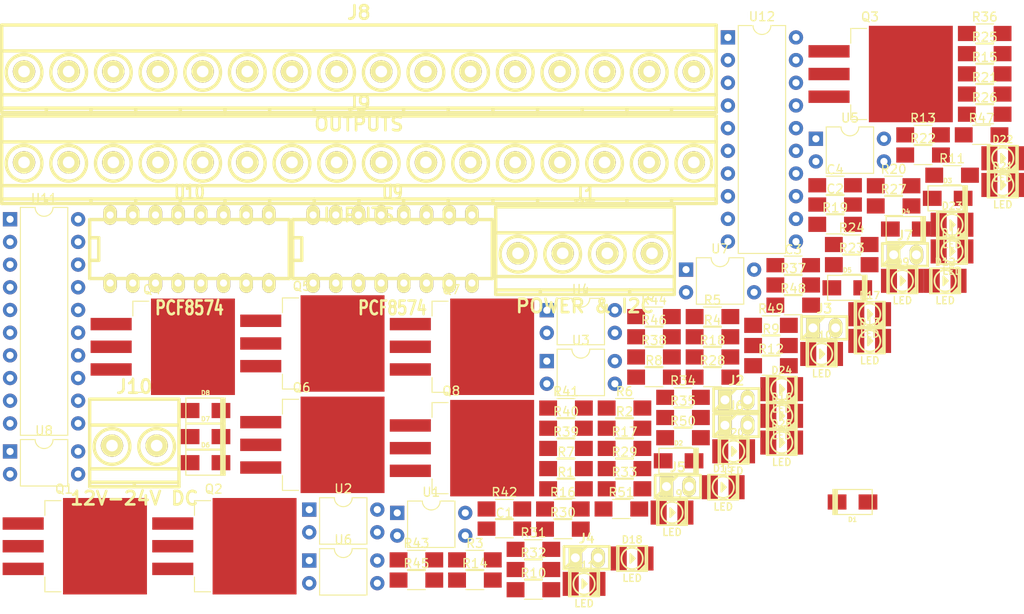
<source format=kicad_pcb>
(kicad_pcb (version 20171130) (host pcbnew "(5.0.0)")
  (layers (0 F.Cu signal) (31 B.Cu signal) (34 B.Paste user) (35 F.Paste user) (36 B.SilkS user) (37 F.SilkS user) (38 B.Mask user) (39 F.Mask user) (44 Edge.Cuts user))
  (net 0 "")
  (net 1 GND)
  (net 2 +5Vcc)
  (net 3 MOTOR_01-)
  (net 4 +24V)
  (net 5 MOTOR_02-)
  (net 6 MOTOR_03-)
  (net 7 MOTOR_04-)
  (net 8 MOTOR_05-)
  (net 9 MOTOR_06-)
  (net 10 MOTOR_07-)
  (net 11 MOTOR_08-)
  (net 12 "Net-(D9-Pad2)")
  (net 13 "Net-(D10-Pad2)")
  (net 14 "Net-(D11-Pad2)")
  (net 15 "Net-(D12-Pad2)")
  (net 16 "Net-(D13-Pad2)")
  (net 17 "Net-(D14-Pad2)")
  (net 18 "Net-(D15-Pad2)")
  (net 19 "Net-(D16-Pad2)")
  (net 20 "Net-(D17-Pad2)")
  (net 21 "Net-(D18-Pad2)")
  (net 22 "Net-(D19-Pad2)")
  (net 23 "Net-(D20-Pad2)")
  (net 24 "Net-(D21-Pad2)")
  (net 25 "Net-(D22-Pad2)")
  (net 26 "Net-(D23-Pad2)")
  (net 27 "Net-(D24-Pad2)")
  (net 28 "Net-(D25-Pad1)")
  (net 29 SCL)
  (net 30 SDA)
  (net 31 "Net-(J2-Pad1)")
  (net 32 "Net-(J3-Pad1)")
  (net 33 "Net-(J4-Pad1)")
  (net 34 "Net-(J5-Pad1)")
  (net 35 "Net-(J6-Pad1)")
  (net 36 "Net-(J7-Pad1)")
  (net 37 IN08)
  (net 38 IN07)
  (net 39 IN06)
  (net 40 IN05)
  (net 41 IN04)
  (net 42 IN03)
  (net 43 IN02)
  (net 44 IN01)
  (net 45 GNDPWR)
  (net 46 "Net-(Q1-Pad1)")
  (net 47 "Net-(Q2-Pad1)")
  (net 48 "Net-(Q3-Pad1)")
  (net 49 "Net-(Q4-Pad1)")
  (net 50 "Net-(Q5-Pad1)")
  (net 51 "Net-(Q6-Pad1)")
  (net 52 "Net-(Q7-Pad1)")
  (net 53 "Net-(Q8-Pad1)")
  (net 54 Q1)
  (net 55 "Net-(R1-Pad1)")
  (net 56 Q2)
  (net 57 "Net-(R2-Pad1)")
  (net 58 Q3)
  (net 59 "Net-(R3-Pad1)")
  (net 60 Q4)
  (net 61 "Net-(R4-Pad1)")
  (net 62 Q5)
  (net 63 "Net-(R9-Pad1)")
  (net 64 "Net-(R10-Pad1)")
  (net 65 Q6)
  (net 66 "Net-(R11-Pad1)")
  (net 67 Q7)
  (net 68 Q8)
  (net 69 "Net-(R12-Pad1)")
  (net 70 S1)
  (net 71 S2)
  (net 72 S3)
  (net 73 S4)
  (net 74 S5)
  (net 75 S6)
  (net 76 S7)
  (net 77 S8)
  (net 78 SIGNAL_01)
  (net 79 SIGNAL_02)
  (net 80 SIGNAL_03)
  (net 81 SIGNAL_04)
  (net 82 SIGNAL_05)
  (net 83 SIGNAL_06)
  (net 84 SIGNAL_07)
  (net 85 SIGNAL_08)
  (module Capacitors_SMD:C_1206_HandSoldering (layer F.Cu) (at 151.979001 120.080001)
    (fp_text reference C1 (at 0 -1.75) (layer F.SilkS))
    (fp_text value 100nF)
    (pad 1 smd rect (at -2 0) (size 2 1.6) (layers F.Cu F.Paste F.Mask) (net 1 GND))
    (pad 2 smd rect (at 2 0) (size 2 1.6) (layers F.Cu F.Paste F.Mask) (net 2 +5Vcc))
  )
  (module Capacitors_SMD:C_1206_HandSoldering (layer F.Cu) (at 189.009001 83.790001)
    (fp_text reference C2 (at 0 -1.75) (layer F.SilkS))
    (fp_text value 100nF)
    (pad 2 smd rect (at 2 0) (size 2 1.6) (layers F.Cu F.Paste F.Mask) (net 2 +5Vcc))
    (pad 1 smd rect (at -2 0) (size 2 1.6) (layers F.Cu F.Paste F.Mask) (net 1 GND))
  )
  (module Capacitors_SMD:C_1206_HandSoldering (layer F.Cu) (at 184.319001 90.580001)
    (fp_text reference C3 (at 0 -1.75) (layer F.SilkS))
    (fp_text value 100nF)
    (pad 1 smd rect (at -2 0) (size 2 1.6) (layers F.Cu F.Paste F.Mask) (net 2 +5Vcc))
    (pad 2 smd rect (at 2 0) (size 2 1.6) (layers F.Cu F.Paste F.Mask) (net 1 GND))
  )
  (module Capacitors_SMD:C_1206_HandSoldering (layer F.Cu) (at 189.009001 81.630001)
    (fp_text reference C4 (at 0 -1.75) (layer F.SilkS))
    (fp_text value 100nF)
    (pad 2 smd rect (at 2 0) (size 2 1.6) (layers F.Cu F.Paste F.Mask) (net 1 GND))
    (pad 1 smd rect (at -2 0) (size 2 1.6) (layers F.Cu F.Paste F.Mask) (net 2 +5Vcc))
  )
  (module w_smd_diode:do214ac (layer F.Cu) (at 190.95974 117.094 180)
    (fp_text reference D1 (at 0 -1.9685 180) (layer F.SilkS) (effects (font (size 0.50038 0.50038) (thickness 0.11938))))
    (fp_text value DIODE hide)
    (pad 2 smd rect (at 1.72974 0 180) (size 2.10058 1.69926) (layers F.Cu F.Paste F.Mask) (net 4 +24V))
    (pad 1 smd rect (at -1.72974 0 180) (size 2.10058 1.69926) (layers F.Cu F.Paste F.Mask) (net 3 MOTOR_01-))
  )
  (module w_smd_diode:do214ac (layer F.Cu) (at 171.48403 112.483041)
    (fp_text reference D2 (at 0 -1.9685) (layer F.SilkS) (effects (font (size 0.50038 0.50038) (thickness 0.11938))))
    (fp_text value DIODE hide)
    (pad 1 smd rect (at -1.72974 0) (size 2.10058 1.69926) (layers F.Cu F.Paste F.Mask) (net 5 MOTOR_02-))
    (pad 2 smd rect (at 1.72974 0) (size 2.10058 1.69926) (layers F.Cu F.Paste F.Mask) (net 4 +24V))
  )
  (module w_smd_diode:do214ac (layer F.Cu) (at 201.61403 83.093041)
    (fp_text reference D3 (at 0 -1.9685) (layer F.SilkS) (effects (font (size 0.50038 0.50038) (thickness 0.11938))))
    (fp_text value DIODE hide)
    (pad 2 smd rect (at 1.72974 0) (size 2.10058 1.69926) (layers F.Cu F.Paste F.Mask) (net 4 +24V))
    (pad 1 smd rect (at -1.72974 0) (size 2.10058 1.69926) (layers F.Cu F.Paste F.Mask) (net 6 MOTOR_03-))
  )
  (module w_smd_diode:do214ac (layer F.Cu) (at 196.92403 86.533041)
    (fp_text reference D4 (at 0 -1.9685) (layer F.SilkS) (effects (font (size 0.50038 0.50038) (thickness 0.11938))))
    (fp_text value DIODE hide)
    (pad 1 smd rect (at -1.72974 0) (size 2.10058 1.69926) (layers F.Cu F.Paste F.Mask) (net 7 MOTOR_04-))
    (pad 2 smd rect (at 1.72974 0) (size 2.10058 1.69926) (layers F.Cu F.Paste F.Mask) (net 4 +24V))
  )
  (module w_smd_diode:do214ac (layer F.Cu) (at 190.37403 93.113041)
    (fp_text reference D5 (at 0 -1.9685) (layer F.SilkS) (effects (font (size 0.50038 0.50038) (thickness 0.11938))))
    (fp_text value DIODE hide)
    (pad 2 smd rect (at 1.72974 0) (size 2.10058 1.69926) (layers F.Cu F.Paste F.Mask) (net 4 +24V))
    (pad 1 smd rect (at -1.72974 0) (size 2.10058 1.69926) (layers F.Cu F.Paste F.Mask) (net 8 MOTOR_05-))
  )
  (module w_smd_diode:do214ac (layer F.Cu) (at 118.51403 112.693041)
    (fp_text reference D6 (at 0 -1.9685) (layer F.SilkS) (effects (font (size 0.50038 0.50038) (thickness 0.11938))))
    (fp_text value DIODE hide)
    (pad 2 smd rect (at 1.72974 0) (size 2.10058 1.69926) (layers F.Cu F.Paste F.Mask) (net 4 +24V))
    (pad 1 smd rect (at -1.72974 0) (size 2.10058 1.69926) (layers F.Cu F.Paste F.Mask) (net 9 MOTOR_06-))
  )
  (module w_smd_diode:do214ac (layer F.Cu) (at 118.51403 109.773041)
    (fp_text reference D7 (at 0 -1.9685) (layer F.SilkS) (effects (font (size 0.50038 0.50038) (thickness 0.11938))))
    (fp_text value DIODE hide)
    (pad 1 smd rect (at -1.72974 0) (size 2.10058 1.69926) (layers F.Cu F.Paste F.Mask) (net 10 MOTOR_07-))
    (pad 2 smd rect (at 1.72974 0) (size 2.10058 1.69926) (layers F.Cu F.Paste F.Mask) (net 4 +24V))
  )
  (module w_smd_diode:do214ac (layer F.Cu) (at 118.51403 106.853041)
    (fp_text reference D8 (at 0 -1.9685) (layer F.SilkS) (effects (font (size 0.50038 0.50038) (thickness 0.11938))))
    (fp_text value DIODE hide)
    (pad 1 smd rect (at -1.72974 0) (size 2.10058 1.69926) (layers F.Cu F.Paste F.Mask) (net 11 MOTOR_08-))
    (pad 2 smd rect (at 1.72974 0) (size 2.10058 1.69926) (layers F.Cu F.Paste F.Mask) (net 4 +24V))
  )
  (module w_smd_leds:Led_PLCC2_3528 (layer F.Cu) (at 196.54049 92.328601)
    (fp_text reference D9 (at 0 -2.10058) (layer F.SilkS) (effects (font (size 0.8001 0.8001) (thickness 0.14986))))
    (fp_text value LED (at 0 2.19964) (layer F.SilkS) (effects (font (size 0.8001 0.8001) (thickness 0.14986))))
    (pad 2 smd rect (at 1.4986 0) (size 1.79578 2.69748) (layers F.Cu F.Paste F.Mask) (net 12 "Net-(D9-Pad2)"))
    (pad 1 smd rect (at -1.4986 0) (size 1.79578 2.69748) (layers F.Cu F.Paste F.Mask) (net 1 GND))
  )
  (module w_smd_leds:Led_PLCC2_3528 (layer F.Cu) (at 187.50049 100.518601)
    (fp_text reference D10 (at 0 -2.10058) (layer F.SilkS) (effects (font (size 0.8001 0.8001) (thickness 0.14986))))
    (fp_text value LED (at 0 2.19964) (layer F.SilkS) (effects (font (size 0.8001 0.8001) (thickness 0.14986))))
    (pad 1 smd rect (at -1.4986 0) (size 1.79578 2.69748) (layers F.Cu F.Paste F.Mask) (net 1 GND))
    (pad 2 smd rect (at 1.4986 0) (size 1.79578 2.69748) (layers F.Cu F.Paste F.Mask) (net 13 "Net-(D10-Pad2)"))
  )
  (module w_smd_leds:Led_PLCC2_3528 (layer F.Cu) (at 160.90049 126.258601)
    (fp_text reference D11 (at 0 -2.10058) (layer F.SilkS) (effects (font (size 0.8001 0.8001) (thickness 0.14986))))
    (fp_text value LED (at 0 2.19964) (layer F.SilkS) (effects (font (size 0.8001 0.8001) (thickness 0.14986))))
    (pad 2 smd rect (at 1.4986 0) (size 1.79578 2.69748) (layers F.Cu F.Paste F.Mask) (net 14 "Net-(D11-Pad2)"))
    (pad 1 smd rect (at -1.4986 0) (size 1.79578 2.69748) (layers F.Cu F.Paste F.Mask) (net 1 GND))
  )
  (module w_smd_leds:Led_PLCC2_3528 (layer F.Cu) (at 201.33049 92.328601)
    (fp_text reference D12 (at 0 -2.10058) (layer F.SilkS) (effects (font (size 0.8001 0.8001) (thickness 0.14986))))
    (fp_text value LED (at 0 2.19964) (layer F.SilkS) (effects (font (size 0.8001 0.8001) (thickness 0.14986))))
    (pad 1 smd rect (at -1.4986 0) (size 1.79578 2.69748) (layers F.Cu F.Paste F.Mask) (net 1 GND))
    (pad 2 smd rect (at 1.4986 0) (size 1.79578 2.69748) (layers F.Cu F.Paste F.Mask) (net 15 "Net-(D12-Pad2)"))
  )
  (module w_smd_leds:Led_PLCC2_3528 (layer F.Cu) (at 192.88049 99.058601)
    (fp_text reference D13 (at 0 -2.10058) (layer F.SilkS) (effects (font (size 0.8001 0.8001) (thickness 0.14986))))
    (fp_text value LED (at 0 2.19964) (layer F.SilkS) (effects (font (size 0.8001 0.8001) (thickness 0.14986))))
    (pad 2 smd rect (at 1.4986 0) (size 1.79578 2.69748) (layers F.Cu F.Paste F.Mask) (net 16 "Net-(D13-Pad2)"))
    (pad 1 smd rect (at -1.4986 0) (size 1.79578 2.69748) (layers F.Cu F.Paste F.Mask) (net 1 GND))
  )
  (module w_smd_leds:Led_PLCC2_3528 (layer F.Cu) (at 202.10049 89.038601)
    (fp_text reference D14 (at 0 -2.10058) (layer F.SilkS) (effects (font (size 0.8001 0.8001) (thickness 0.14986))))
    (fp_text value LED (at 0 2.19964) (layer F.SilkS) (effects (font (size 0.8001 0.8001) (thickness 0.14986))))
    (pad 2 smd rect (at 1.4986 0) (size 1.79578 2.69748) (layers F.Cu F.Paste F.Mask) (net 17 "Net-(D14-Pad2)"))
    (pad 1 smd rect (at -1.4986 0) (size 1.79578 2.69748) (layers F.Cu F.Paste F.Mask) (net 1 GND))
  )
  (module w_smd_leds:Led_PLCC2_3528 (layer F.Cu) (at 176.48049 115.438601)
    (fp_text reference D15 (at 0 -2.10058) (layer F.SilkS) (effects (font (size 0.8001 0.8001) (thickness 0.14986))))
    (fp_text value LED (at 0 2.19964) (layer F.SilkS) (effects (font (size 0.8001 0.8001) (thickness 0.14986))))
    (pad 1 smd rect (at -1.4986 0) (size 1.79578 2.69748) (layers F.Cu F.Paste F.Mask) (net 1 GND))
    (pad 2 smd rect (at 1.4986 0) (size 1.79578 2.69748) (layers F.Cu F.Paste F.Mask) (net 18 "Net-(D15-Pad2)"))
  )
  (module w_smd_leds:Led_PLCC2_3528 (layer F.Cu) (at 183.03049 107.448601)
    (fp_text reference D16 (at 0 -2.10058) (layer F.SilkS) (effects (font (size 0.8001 0.8001) (thickness 0.14986))))
    (fp_text value LED (at 0 2.19964) (layer F.SilkS) (effects (font (size 0.8001 0.8001) (thickness 0.14986))))
    (pad 1 smd rect (at -1.4986 0) (size 1.79578 2.69748) (layers F.Cu F.Paste F.Mask) (net 1 GND))
    (pad 2 smd rect (at 1.4986 0) (size 1.79578 2.69748) (layers F.Cu F.Paste F.Mask) (net 19 "Net-(D16-Pad2)"))
  )
  (module w_smd_leds:Led_PLCC2_3528 (layer F.Cu) (at 192.88049 96.068601)
    (fp_text reference D17 (at 0 -2.10058) (layer F.SilkS) (effects (font (size 0.8001 0.8001) (thickness 0.14986))))
    (fp_text value LED (at 0 2.19964) (layer F.SilkS) (effects (font (size 0.8001 0.8001) (thickness 0.14986))))
    (pad 2 smd rect (at 1.4986 0) (size 1.79578 2.69748) (layers F.Cu F.Paste F.Mask) (net 20 "Net-(D17-Pad2)"))
    (pad 1 smd rect (at -1.4986 0) (size 1.79578 2.69748) (layers F.Cu F.Paste F.Mask) (net 1 GND))
  )
  (module w_smd_leds:Led_PLCC2_3528 (layer F.Cu) (at 166.28049 123.418601)
    (fp_text reference D18 (at 0 -2.10058) (layer F.SilkS) (effects (font (size 0.8001 0.8001) (thickness 0.14986))))
    (fp_text value LED (at 0 2.19964) (layer F.SilkS) (effects (font (size 0.8001 0.8001) (thickness 0.14986))))
    (pad 2 smd rect (at 1.4986 0) (size 1.79578 2.69748) (layers F.Cu F.Paste F.Mask) (net 21 "Net-(D18-Pad2)"))
    (pad 1 smd rect (at -1.4986 0) (size 1.79578 2.69748) (layers F.Cu F.Paste F.Mask) (net 1 GND))
  )
  (module w_smd_leds:Led_PLCC2_3528 (layer F.Cu) (at 170.75049 118.278601)
    (fp_text reference D19 (at 0 -2.10058) (layer F.SilkS) (effects (font (size 0.8001 0.8001) (thickness 0.14986))))
    (fp_text value LED (at 0 2.19964) (layer F.SilkS) (effects (font (size 0.8001 0.8001) (thickness 0.14986))))
    (pad 1 smd rect (at -1.4986 0) (size 1.79578 2.69748) (layers F.Cu F.Paste F.Mask) (net 1 GND))
    (pad 2 smd rect (at 1.4986 0) (size 1.79578 2.69748) (layers F.Cu F.Paste F.Mask) (net 22 "Net-(D19-Pad2)"))
  )
  (module w_smd_leds:Led_PLCC2_3528 (layer F.Cu) (at 177.65049 111.418601)
    (fp_text reference D20 (at 0 -2.10058) (layer F.SilkS) (effects (font (size 0.8001 0.8001) (thickness 0.14986))))
    (fp_text value LED (at 0 2.19964) (layer F.SilkS) (effects (font (size 0.8001 0.8001) (thickness 0.14986))))
    (pad 1 smd rect (at -1.4986 0) (size 1.79578 2.69748) (layers F.Cu F.Paste F.Mask) (net 1 GND))
    (pad 2 smd rect (at 1.4986 0) (size 1.79578 2.69748) (layers F.Cu F.Paste F.Mask) (net 23 "Net-(D20-Pad2)"))
  )
  (module w_smd_leds:Led_PLCC2_3528 (layer F.Cu) (at 207.78049 81.598601)
    (fp_text reference D21 (at 0 -2.10058) (layer F.SilkS) (effects (font (size 0.8001 0.8001) (thickness 0.14986))))
    (fp_text value LED (at 0 2.19964) (layer F.SilkS) (effects (font (size 0.8001 0.8001) (thickness 0.14986))))
    (pad 2 smd rect (at 1.4986 0) (size 1.79578 2.69748) (layers F.Cu F.Paste F.Mask) (net 24 "Net-(D21-Pad2)"))
    (pad 1 smd rect (at -1.4986 0) (size 1.79578 2.69748) (layers F.Cu F.Paste F.Mask) (net 1 GND))
  )
  (module w_smd_leds:Led_PLCC2_3528 (layer F.Cu) (at 207.78049 78.608601)
    (fp_text reference D22 (at 0 -2.10058) (layer F.SilkS) (effects (font (size 0.8001 0.8001) (thickness 0.14986))))
    (fp_text value LED (at 0 2.19964) (layer F.SilkS) (effects (font (size 0.8001 0.8001) (thickness 0.14986))))
    (pad 1 smd rect (at -1.4986 0) (size 1.79578 2.69748) (layers F.Cu F.Paste F.Mask) (net 1 GND))
    (pad 2 smd rect (at 1.4986 0) (size 1.79578 2.69748) (layers F.Cu F.Paste F.Mask) (net 25 "Net-(D22-Pad2)"))
  )
  (module w_smd_leds:Led_PLCC2_3528 (layer F.Cu) (at 202.10049 86.048601)
    (fp_text reference D23 (at 0 -2.10058) (layer F.SilkS) (effects (font (size 0.8001 0.8001) (thickness 0.14986))))
    (fp_text value LED (at 0 2.19964) (layer F.SilkS) (effects (font (size 0.8001 0.8001) (thickness 0.14986))))
    (pad 1 smd rect (at -1.4986 0) (size 1.79578 2.69748) (layers F.Cu F.Paste F.Mask) (net 1 GND))
    (pad 2 smd rect (at 1.4986 0) (size 1.79578 2.69748) (layers F.Cu F.Paste F.Mask) (net 26 "Net-(D23-Pad2)"))
  )
  (module w_smd_leds:Led_PLCC2_3528 (layer F.Cu) (at 183.03049 104.458601)
    (fp_text reference D24 (at 0 -2.10058) (layer F.SilkS) (effects (font (size 0.8001 0.8001) (thickness 0.14986))))
    (fp_text value LED (at 0 2.19964) (layer F.SilkS) (effects (font (size 0.8001 0.8001) (thickness 0.14986))))
    (pad 2 smd rect (at 1.4986 0) (size 1.79578 2.69748) (layers F.Cu F.Paste F.Mask) (net 27 "Net-(D24-Pad2)"))
    (pad 1 smd rect (at -1.4986 0) (size 1.79578 2.69748) (layers F.Cu F.Paste F.Mask) (net 1 GND))
  )
  (module w_smd_leds:Led_PLCC2_3528 (layer F.Cu) (at 183.03049 110.438601)
    (fp_text reference D25 (at 0 -2.10058) (layer F.SilkS) (effects (font (size 0.8001 0.8001) (thickness 0.14986))))
    (fp_text value LED (at 0 2.19964) (layer F.SilkS) (effects (font (size 0.8001 0.8001) (thickness 0.14986))))
    (pad 1 smd rect (at -1.4986 0) (size 1.79578 2.69748) (layers F.Cu F.Paste F.Mask) (net 28 "Net-(D25-Pad1)"))
    (pad 2 smd rect (at 1.4986 0) (size 1.79578 2.69748) (layers F.Cu F.Paste F.Mask) (net 2 +5Vcc))
  )
  (module w_conn_mkds:mkds_1,5-4 (layer F.Cu) (at 161.004501 89.250501)
    (fp_text reference J1 (at 0 -6.6) (layer F.SilkS) (effects (font (size 1.5 1.5) (thickness 0.3))))
    (fp_text value "POWER & I2C" (at 0 5.9) (layer F.SilkS) (effects (font (size 1.5 1.5) (thickness 0.3))))
    (pad 4 thru_hole circle (at 7.5 0) (size 2.5 2.5) (drill 1.3) (layers *.Cu *.Mask F.SilkS) (net 2 +5Vcc))
    (pad 3 thru_hole circle (at 2.5 0) (size 2.5 2.5) (drill 1.3) (layers *.Cu *.Mask F.SilkS) (net 29 SCL))
    (pad 1 thru_hole circle (at -7.5 0) (size 2.5 2.5) (drill 1.3) (layers *.Cu *.Mask F.SilkS) (net 1 GND))
    (pad 2 thru_hole circle (at -2.5 0) (size 2.5 2.5) (drill 1.3) (layers *.Cu *.Mask F.SilkS) (net 30 SDA))
  )
  (module w_pin_strip:pin_strip_2 (layer F.Cu) (at 177.946401 105.662401)
    (fp_text reference J2 (at 0 -2.159) (layer F.SilkS) (effects (font (size 1.016 1.016) (thickness 0.2032))))
    (fp_text value A0 hide)
    (pad 2 thru_hole oval (at 1.27 0) (size 1.524 2.19964) (drill 1.00076) (layers *.Cu *.Mask F.SilkS) (net 2 +5Vcc))
    (pad 1 thru_hole rect (at -1.27 0) (size 1.524 2.19964) (drill 1.00076) (layers *.Cu *.Mask F.SilkS) (net 31 "Net-(J2-Pad1)"))
  )
  (module w_pin_strip:pin_strip_2 (layer F.Cu) (at 187.796401 97.602401)
    (fp_text reference J3 (at 0 -2.159) (layer F.SilkS) (effects (font (size 1.016 1.016) (thickness 0.2032))))
    (fp_text value A1 hide)
    (pad 1 thru_hole rect (at -1.27 0) (size 1.524 2.19964) (drill 1.00076) (layers *.Cu *.Mask F.SilkS) (net 32 "Net-(J3-Pad1)"))
    (pad 2 thru_hole oval (at 1.27 0) (size 1.524 2.19964) (drill 1.00076) (layers *.Cu *.Mask F.SilkS) (net 2 +5Vcc))
  )
  (module w_pin_strip:pin_strip_2 (layer F.Cu) (at 161.196401 123.342401)
    (fp_text reference J4 (at 0 -2.159) (layer F.SilkS) (effects (font (size 1.016 1.016) (thickness 0.2032))))
    (fp_text value A2 hide)
    (pad 1 thru_hole rect (at -1.27 0) (size 1.524 2.19964) (drill 1.00076) (layers *.Cu *.Mask F.SilkS) (net 33 "Net-(J4-Pad1)"))
    (pad 2 thru_hole oval (at 1.27 0) (size 1.524 2.19964) (drill 1.00076) (layers *.Cu *.Mask F.SilkS) (net 2 +5Vcc))
  )
  (module w_pin_strip:pin_strip_2 (layer F.Cu) (at 171.396401 115.362401)
    (fp_text reference J5 (at 0 -2.159) (layer F.SilkS) (effects (font (size 1.016 1.016) (thickness 0.2032))))
    (fp_text value A0 hide)
    (pad 2 thru_hole oval (at 1.27 0) (size 1.524 2.19964) (drill 1.00076) (layers *.Cu *.Mask F.SilkS) (net 2 +5Vcc))
    (pad 1 thru_hole rect (at -1.27 0) (size 1.524 2.19964) (drill 1.00076) (layers *.Cu *.Mask F.SilkS) (net 34 "Net-(J5-Pad1)"))
  )
  (module w_pin_strip:pin_strip_2 (layer F.Cu) (at 177.946401 108.502401)
    (fp_text reference J6 (at 0 -2.159) (layer F.SilkS) (effects (font (size 1.016 1.016) (thickness 0.2032))))
    (fp_text value A1 hide)
    (pad 1 thru_hole rect (at -1.27 0) (size 1.524 2.19964) (drill 1.00076) (layers *.Cu *.Mask F.SilkS) (net 35 "Net-(J6-Pad1)"))
    (pad 2 thru_hole oval (at 1.27 0) (size 1.524 2.19964) (drill 1.00076) (layers *.Cu *.Mask F.SilkS) (net 2 +5Vcc))
  )
  (module w_pin_strip:pin_strip_2 (layer F.Cu) (at 196.836401 89.412401)
    (fp_text reference J7 (at 0 -2.159) (layer F.SilkS) (effects (font (size 1.016 1.016) (thickness 0.2032))))
    (fp_text value A2 hide)
    (pad 2 thru_hole oval (at 1.27 0) (size 1.524 2.19964) (drill 1.00076) (layers *.Cu *.Mask F.SilkS) (net 2 +5Vcc))
    (pad 1 thru_hole rect (at -1.27 0) (size 1.524 2.19964) (drill 1.00076) (layers *.Cu *.Mask F.SilkS) (net 36 "Net-(J7-Pad1)"))
  )
  (module w_conn_mkds:mkds_1,5-16 (layer F.Cu) (at 135.694501 68.890501)
    (fp_text reference J8 (at 0 -6.6) (layer F.SilkS) (effects (font (size 1.5 1.5) (thickness 0.3))))
    (fp_text value OUTPUTS (at 0 5.9) (layer F.SilkS) (effects (font (size 1.5 1.5) (thickness 0.3))))
    (pad 2 thru_hole circle (at -32.5 0) (size 2.5 2.5) (drill 1.3) (layers *.Cu *.Mask F.SilkS) (net 4 +24V))
    (pad 1 thru_hole circle (at -37.5 0) (size 2.5 2.5) (drill 1.3) (layers *.Cu *.Mask F.SilkS) (net 11 MOTOR_08-))
    (pad 3 thru_hole circle (at -27.5 0) (size 2.5 2.5) (drill 1.3) (layers *.Cu *.Mask F.SilkS) (net 10 MOTOR_07-))
    (pad 4 thru_hole circle (at -22.5 0) (size 2.5 2.5) (drill 1.3) (layers *.Cu *.Mask F.SilkS) (net 4 +24V))
    (pad 5 thru_hole circle (at -17.5 0) (size 2.5 2.5) (drill 1.3) (layers *.Cu *.Mask F.SilkS) (net 9 MOTOR_06-))
    (pad 6 thru_hole circle (at -12.5 0) (size 2.5 2.5) (drill 1.3) (layers *.Cu *.Mask F.SilkS) (net 4 +24V))
    (pad 7 thru_hole circle (at -7.5 0) (size 2.5 2.5) (drill 1.3) (layers *.Cu *.Mask F.SilkS) (net 8 MOTOR_05-))
    (pad 8 thru_hole circle (at -2.5 0) (size 2.5 2.5) (drill 1.3) (layers *.Cu *.Mask F.SilkS) (net 4 +24V))
    (pad 9 thru_hole circle (at 2.5 0) (size 2.5 2.5) (drill 1.3) (layers *.Cu *.Mask F.SilkS) (net 7 MOTOR_04-))
    (pad 10 thru_hole circle (at 7.5 0) (size 2.5 2.5) (drill 1.3) (layers *.Cu *.Mask F.SilkS) (net 4 +24V))
    (pad 11 thru_hole circle (at 12.5 0) (size 2.5 2.5) (drill 1.3) (layers *.Cu *.Mask F.SilkS) (net 6 MOTOR_03-))
    (pad 12 thru_hole circle (at 17.5 0) (size 2.5 2.5) (drill 1.3) (layers *.Cu *.Mask F.SilkS) (net 4 +24V))
    (pad 13 thru_hole circle (at 22.5 0) (size 2.5 2.5) (drill 1.3) (layers *.Cu *.Mask F.SilkS) (net 5 MOTOR_02-))
    (pad 14 thru_hole circle (at 27.5 0) (size 2.5 2.5) (drill 1.3) (layers *.Cu *.Mask F.SilkS) (net 4 +24V))
    (pad 15 thru_hole circle (at 32.5 0) (size 2.5 2.5) (drill 1.3) (layers *.Cu *.Mask F.SilkS) (net 3 MOTOR_01-))
    (pad 16 thru_hole circle (at 37.5 0) (size 2.5 2.5) (drill 1.3) (layers *.Cu *.Mask F.SilkS) (net 4 +24V))
  )
  (module w_conn_mkds:mkds_1,5-16 (layer F.Cu) (at 135.694501 79.070501)
    (fp_text reference J9 (at 0 -6.6) (layer F.SilkS) (effects (font (size 1.5 1.5) (thickness 0.3))))
    (fp_text value INPUTS (at 0 5.9) (layer F.SilkS) (effects (font (size 1.5 1.5) (thickness 0.3))))
    (pad 16 thru_hole circle (at 37.5 0) (size 2.5 2.5) (drill 1.3) (layers *.Cu *.Mask F.SilkS) (net 2 +5Vcc))
    (pad 15 thru_hole circle (at 32.5 0) (size 2.5 2.5) (drill 1.3) (layers *.Cu *.Mask F.SilkS) (net 37 IN08))
    (pad 14 thru_hole circle (at 27.5 0) (size 2.5 2.5) (drill 1.3) (layers *.Cu *.Mask F.SilkS) (net 2 +5Vcc))
    (pad 13 thru_hole circle (at 22.5 0) (size 2.5 2.5) (drill 1.3) (layers *.Cu *.Mask F.SilkS) (net 38 IN07))
    (pad 12 thru_hole circle (at 17.5 0) (size 2.5 2.5) (drill 1.3) (layers *.Cu *.Mask F.SilkS) (net 2 +5Vcc))
    (pad 11 thru_hole circle (at 12.5 0) (size 2.5 2.5) (drill 1.3) (layers *.Cu *.Mask F.SilkS) (net 39 IN06))
    (pad 10 thru_hole circle (at 7.5 0) (size 2.5 2.5) (drill 1.3) (layers *.Cu *.Mask F.SilkS) (net 2 +5Vcc))
    (pad 9 thru_hole circle (at 2.5 0) (size 2.5 2.5) (drill 1.3) (layers *.Cu *.Mask F.SilkS) (net 40 IN05))
    (pad 8 thru_hole circle (at -2.5 0) (size 2.5 2.5) (drill 1.3) (layers *.Cu *.Mask F.SilkS) (net 2 +5Vcc))
    (pad 7 thru_hole circle (at -7.5 0) (size 2.5 2.5) (drill 1.3) (layers *.Cu *.Mask F.SilkS) (net 41 IN04))
    (pad 6 thru_hole circle (at -12.5 0) (size 2.5 2.5) (drill 1.3) (layers *.Cu *.Mask F.SilkS) (net 2 +5Vcc))
    (pad 5 thru_hole circle (at -17.5 0) (size 2.5 2.5) (drill 1.3) (layers *.Cu *.Mask F.SilkS) (net 42 IN03))
    (pad 4 thru_hole circle (at -22.5 0) (size 2.5 2.5) (drill 1.3) (layers *.Cu *.Mask F.SilkS) (net 2 +5Vcc))
    (pad 3 thru_hole circle (at -27.5 0) (size 2.5 2.5) (drill 1.3) (layers *.Cu *.Mask F.SilkS) (net 43 IN02))
    (pad 1 thru_hole circle (at -37.5 0) (size 2.5 2.5) (drill 1.3) (layers *.Cu *.Mask F.SilkS) (net 44 IN01))
    (pad 2 thru_hole circle (at -32.5 0) (size 2.5 2.5) (drill 1.3) (layers *.Cu *.Mask F.SilkS) (net 2 +5Vcc))
  )
  (module w_conn_mkds:mkds_1,5-2 (layer F.Cu) (at 110.544501 110.780501)
    (fp_text reference J10 (at 0 -6.6) (layer F.SilkS) (effects (font (size 1.5 1.5) (thickness 0.3))))
    (fp_text value "12V-24V DC" (at 0 5.9) (layer F.SilkS) (effects (font (size 1.5 1.5) (thickness 0.3))))
    (pad 1 thru_hole circle (at -2.5 0) (size 2.5 2.5) (drill 1.3) (layers *.Cu *.Mask F.SilkS) (net 4 +24V))
    (pad 2 thru_hole circle (at 2.5 0) (size 2.5 2.5) (drill 1.3) (layers *.Cu *.Mask F.SilkS) (net 45 GNDPWR))
  )
  (module TO_SOT_Packages_SMD:TO-263-3Lead (layer F.Cu) (at 102.679001 122.045001)
    (fp_text reference Q1 (at 0 -6.4 180) (layer F.SilkS))
    (fp_text value IRF540N)
    (pad 1 smd rect (at -4.58 -2.54) (size 4.6 1.39) (layers F.Cu F.Paste F.Mask) (net 46 "Net-(Q1-Pad1)"))
    (pad 3 smd rect (at -4.58 2.54) (size 4.6 1.39) (layers F.Cu F.Paste F.Mask) (net 45 GNDPWR))
    (pad 2 smd rect (at 4.58 0) (size 9.4 10.8) (layers F.Cu F.Paste F.Mask) (net 3 MOTOR_01-))
    (pad 2 smd rect (at -4.58 0) (size 4.6 1.39) (layers F.Cu F.Paste F.Mask) (net 3 MOTOR_01-))
  )
  (module TO_SOT_Packages_SMD:TO-263-3Lead (layer F.Cu) (at 119.429001 122.045001)
    (fp_text reference Q2 (at 0 -6.4 180) (layer F.SilkS))
    (fp_text value IRF540N)
    (pad 1 smd rect (at -4.58 -2.54) (size 4.6 1.39) (layers F.Cu F.Paste F.Mask) (net 47 "Net-(Q2-Pad1)"))
    (pad 3 smd rect (at -4.58 2.54) (size 4.6 1.39) (layers F.Cu F.Paste F.Mask) (net 45 GNDPWR))
    (pad 2 smd rect (at 4.58 0) (size 9.4 10.8) (layers F.Cu F.Paste F.Mask) (net 5 MOTOR_02-))
    (pad 2 smd rect (at -4.58 0) (size 4.6 1.39) (layers F.Cu F.Paste F.Mask) (net 5 MOTOR_02-))
  )
  (module TO_SOT_Packages_SMD:TO-263-3Lead (layer F.Cu) (at 192.909001 69.175001)
    (fp_text reference Q3 (at 0 -6.4 180) (layer F.SilkS))
    (fp_text value IRF540N)
    (pad 2 smd rect (at -4.58 0) (size 4.6 1.39) (layers F.Cu F.Paste F.Mask) (net 6 MOTOR_03-))
    (pad 2 smd rect (at 4.58 0) (size 9.4 10.8) (layers F.Cu F.Paste F.Mask) (net 6 MOTOR_03-))
    (pad 3 smd rect (at -4.58 2.54) (size 4.6 1.39) (layers F.Cu F.Paste F.Mask) (net 45 GNDPWR))
    (pad 1 smd rect (at -4.58 -2.54) (size 4.6 1.39) (layers F.Cu F.Paste F.Mask) (net 48 "Net-(Q3-Pad1)"))
  )
  (module TO_SOT_Packages_SMD:TO-263-3Lead (layer F.Cu) (at 112.529001 99.715001)
    (fp_text reference Q4 (at 0 -6.4 180) (layer F.SilkS))
    (fp_text value IRF540N)
    (pad 1 smd rect (at -4.58 -2.54) (size 4.6 1.39) (layers F.Cu F.Paste F.Mask) (net 49 "Net-(Q4-Pad1)"))
    (pad 3 smd rect (at -4.58 2.54) (size 4.6 1.39) (layers F.Cu F.Paste F.Mask) (net 45 GNDPWR))
    (pad 2 smd rect (at 4.58 0) (size 9.4 10.8) (layers F.Cu F.Paste F.Mask) (net 7 MOTOR_04-))
    (pad 2 smd rect (at -4.58 0) (size 4.6 1.39) (layers F.Cu F.Paste F.Mask) (net 7 MOTOR_04-))
  )
  (module TO_SOT_Packages_SMD:TO-263-3Lead (layer F.Cu) (at 129.279001 99.345001)
    (fp_text reference Q5 (at 0 -6.4 180) (layer F.SilkS))
    (fp_text value IRF540N)
    (pad 2 smd rect (at -4.58 0) (size 4.6 1.39) (layers F.Cu F.Paste F.Mask) (net 8 MOTOR_05-))
    (pad 2 smd rect (at 4.58 0) (size 9.4 10.8) (layers F.Cu F.Paste F.Mask) (net 8 MOTOR_05-))
    (pad 3 smd rect (at -4.58 2.54) (size 4.6 1.39) (layers F.Cu F.Paste F.Mask) (net 45 GNDPWR))
    (pad 1 smd rect (at -4.58 -2.54) (size 4.6 1.39) (layers F.Cu F.Paste F.Mask) (net 50 "Net-(Q5-Pad1)"))
  )
  (module TO_SOT_Packages_SMD:TO-263-3Lead (layer F.Cu) (at 129.279001 110.695001)
    (fp_text reference Q6 (at 0 -6.4 180) (layer F.SilkS))
    (fp_text value IRF540N)
    (pad 1 smd rect (at -4.58 -2.54) (size 4.6 1.39) (layers F.Cu F.Paste F.Mask) (net 51 "Net-(Q6-Pad1)"))
    (pad 3 smd rect (at -4.58 2.54) (size 4.6 1.39) (layers F.Cu F.Paste F.Mask) (net 45 GNDPWR))
    (pad 2 smd rect (at 4.58 0) (size 9.4 10.8) (layers F.Cu F.Paste F.Mask) (net 9 MOTOR_06-))
    (pad 2 smd rect (at -4.58 0) (size 4.6 1.39) (layers F.Cu F.Paste F.Mask) (net 9 MOTOR_06-))
  )
  (module TO_SOT_Packages_SMD:TO-263-3Lead (layer F.Cu) (at 146.029001 99.715001)
    (fp_text reference Q7 (at 0 -6.4 180) (layer F.SilkS))
    (fp_text value IRF540N)
    (pad 2 smd rect (at -4.58 0) (size 4.6 1.39) (layers F.Cu F.Paste F.Mask) (net 10 MOTOR_07-))
    (pad 2 smd rect (at 4.58 0) (size 9.4 10.8) (layers F.Cu F.Paste F.Mask) (net 10 MOTOR_07-))
    (pad 3 smd rect (at -4.58 2.54) (size 4.6 1.39) (layers F.Cu F.Paste F.Mask) (net 45 GNDPWR))
    (pad 1 smd rect (at -4.58 -2.54) (size 4.6 1.39) (layers F.Cu F.Paste F.Mask) (net 52 "Net-(Q7-Pad1)"))
  )
  (module TO_SOT_Packages_SMD:TO-263-3Lead (layer F.Cu) (at 146.029001 111.065001)
    (fp_text reference Q8 (at 0 -6.4 180) (layer F.SilkS))
    (fp_text value IRF540N)
    (pad 2 smd rect (at -4.58 0) (size 4.6 1.39) (layers F.Cu F.Paste F.Mask) (net 11 MOTOR_08-))
    (pad 2 smd rect (at 4.58 0) (size 9.4 10.8) (layers F.Cu F.Paste F.Mask) (net 11 MOTOR_08-))
    (pad 3 smd rect (at -4.58 2.54) (size 4.6 1.39) (layers F.Cu F.Paste F.Mask) (net 45 GNDPWR))
    (pad 1 smd rect (at -4.58 -2.54) (size 4.6 1.39) (layers F.Cu F.Paste F.Mask) (net 53 "Net-(Q8-Pad1)"))
  )
  (module Resistors_SMD:R_1206_HandSoldering (layer F.Cu) (at 158.879001 115.615001)
    (fp_text reference R1 (at 0 -1.85) (layer F.SilkS))
    (fp_text value 470)
    (pad 2 smd rect (at 2 0) (size 2 1.7) (layers F.Cu F.Paste F.Mask) (net 54 Q1))
    (pad 1 smd rect (at -2 0) (size 2 1.7) (layers F.Cu F.Paste F.Mask) (net 55 "Net-(R1-Pad1)"))
  )
  (module Resistors_SMD:R_1206_HandSoldering (layer F.Cu) (at 165.429001 108.835001)
    (fp_text reference R2 (at 0 -1.85) (layer F.SilkS))
    (fp_text value 470)
    (pad 2 smd rect (at 2 0) (size 2 1.7) (layers F.Cu F.Paste F.Mask) (net 56 Q2))
    (pad 1 smd rect (at -2 0) (size 2 1.7) (layers F.Cu F.Paste F.Mask) (net 57 "Net-(R2-Pad1)"))
  )
  (module Resistors_SMD:R_1206_HandSoldering (layer F.Cu) (at 148.679001 123.575001)
    (fp_text reference R3 (at 0 -1.85) (layer F.SilkS))
    (fp_text value 470)
    (pad 2 smd rect (at 2 0) (size 2 1.7) (layers F.Cu F.Paste F.Mask) (net 58 Q3))
    (pad 1 smd rect (at -2 0) (size 2 1.7) (layers F.Cu F.Paste F.Mask) (net 59 "Net-(R3-Pad1)"))
  )
  (module Resistors_SMD:R_1206_HandSoldering (layer F.Cu) (at 175.279001 98.595001)
    (fp_text reference R4 (at 0 -1.85) (layer F.SilkS))
    (fp_text value 470)
    (pad 2 smd rect (at 2 0) (size 2 1.7) (layers F.Cu F.Paste F.Mask) (net 60 Q4))
    (pad 1 smd rect (at -2 0) (size 2 1.7) (layers F.Cu F.Paste F.Mask) (net 61 "Net-(R4-Pad1)"))
  )
  (module Resistors_SMD:R_1206_HandSoldering (layer F.Cu) (at 175.279001 96.335001)
    (fp_text reference R5 (at 0 -1.85) (layer F.SilkS))
    (fp_text value 10K)
    (pad 1 smd rect (at -2 0) (size 2 1.7) (layers F.Cu F.Paste F.Mask) (net 46 "Net-(Q1-Pad1)"))
    (pad 2 smd rect (at 2 0) (size 2 1.7) (layers F.Cu F.Paste F.Mask) (net 45 GNDPWR))
  )
  (module Resistors_SMD:R_1206_HandSoldering (layer F.Cu) (at 165.429001 106.575001)
    (fp_text reference R6 (at 0 -1.85) (layer F.SilkS))
    (fp_text value 10K)
    (pad 1 smd rect (at -2 0) (size 2 1.7) (layers F.Cu F.Paste F.Mask) (net 47 "Net-(Q2-Pad1)"))
    (pad 2 smd rect (at 2 0) (size 2 1.7) (layers F.Cu F.Paste F.Mask) (net 45 GNDPWR))
  )
  (module Resistors_SMD:R_1206_HandSoldering (layer F.Cu) (at 158.879001 113.355001)
    (fp_text reference R7 (at 0 -1.85) (layer F.SilkS))
    (fp_text value 10K)
    (pad 1 smd rect (at -2 0) (size 2 1.7) (layers F.Cu F.Paste F.Mask) (net 48 "Net-(Q3-Pad1)"))
    (pad 2 smd rect (at 2 0) (size 2 1.7) (layers F.Cu F.Paste F.Mask) (net 45 GNDPWR))
  )
  (module Resistors_SMD:R_1206_HandSoldering (layer F.Cu) (at 168.729001 103.115001)
    (fp_text reference R8 (at 0 -1.85) (layer F.SilkS))
    (fp_text value 10K)
    (pad 1 smd rect (at -2 0) (size 2 1.7) (layers F.Cu F.Paste F.Mask) (net 49 "Net-(Q4-Pad1)"))
    (pad 2 smd rect (at 2 0) (size 2 1.7) (layers F.Cu F.Paste F.Mask) (net 45 GNDPWR))
  )
  (module Resistors_SMD:R_1206_HandSoldering (layer F.Cu) (at 181.829001 99.575001)
    (fp_text reference R9 (at 0 -1.85) (layer F.SilkS))
    (fp_text value 470)
    (pad 2 smd rect (at 2 0) (size 2 1.7) (layers F.Cu F.Paste F.Mask) (net 62 Q5))
    (pad 1 smd rect (at -2 0) (size 2 1.7) (layers F.Cu F.Paste F.Mask) (net 63 "Net-(R9-Pad1)"))
  )
  (module Resistors_SMD:R_1206_HandSoldering (layer F.Cu) (at 155.229001 126.915001)
    (fp_text reference R10 (at 0 -1.85) (layer F.SilkS))
    (fp_text value 470)
    (pad 1 smd rect (at -2 0) (size 2 1.7) (layers F.Cu F.Paste F.Mask) (net 64 "Net-(R10-Pad1)"))
    (pad 2 smd rect (at 2 0) (size 2 1.7) (layers F.Cu F.Paste F.Mask) (net 65 Q6))
  )
  (module Resistors_SMD:R_1206_HandSoldering (layer F.Cu) (at 202.109001 80.505001)
    (fp_text reference R11 (at 0 -1.85) (layer F.SilkS))
    (fp_text value 470)
    (pad 1 smd rect (at -2 0) (size 2 1.7) (layers F.Cu F.Paste F.Mask) (net 66 "Net-(R11-Pad1)"))
    (pad 2 smd rect (at 2 0) (size 2 1.7) (layers F.Cu F.Paste F.Mask) (net 67 Q7))
  )
  (module Resistors_SMD:R_1206_HandSoldering (layer F.Cu) (at 181.829001 101.835001)
    (fp_text reference R12 (at 0 -1.85) (layer F.SilkS))
    (fp_text value 470)
    (pad 2 smd rect (at 2 0) (size 2 1.7) (layers F.Cu F.Paste F.Mask) (net 68 Q8))
    (pad 1 smd rect (at -2 0) (size 2 1.7) (layers F.Cu F.Paste F.Mask) (net 69 "Net-(R12-Pad1)"))
  )
  (module Resistors_SMD:R_1206_HandSoldering (layer F.Cu) (at 198.859001 75.985001)
    (fp_text reference R13 (at 0 -1.85) (layer F.SilkS))
    (fp_text value 10K)
    (pad 1 smd rect (at -2 0) (size 2 1.7) (layers F.Cu F.Paste F.Mask) (net 50 "Net-(Q5-Pad1)"))
    (pad 2 smd rect (at 2 0) (size 2 1.7) (layers F.Cu F.Paste F.Mask) (net 45 GNDPWR))
  )
  (module Resistors_SMD:R_1206_HandSoldering (layer F.Cu) (at 148.679001 125.835001)
    (fp_text reference R14 (at 0 -1.85) (layer F.SilkS))
    (fp_text value 10K)
    (pad 2 smd rect (at 2 0) (size 2 1.7) (layers F.Cu F.Paste F.Mask) (net 45 GNDPWR))
    (pad 1 smd rect (at -2 0) (size 2 1.7) (layers F.Cu F.Paste F.Mask) (net 51 "Net-(Q6-Pad1)"))
  )
  (module Resistors_SMD:R_1206_HandSoldering (layer F.Cu) (at 205.759001 69.155001)
    (fp_text reference R15 (at 0 -1.85) (layer F.SilkS))
    (fp_text value 10K)
    (pad 2 smd rect (at 2 0) (size 2 1.7) (layers F.Cu F.Paste F.Mask) (net 45 GNDPWR))
    (pad 1 smd rect (at -2 0) (size 2 1.7) (layers F.Cu F.Paste F.Mask) (net 52 "Net-(Q7-Pad1)"))
  )
  (module Resistors_SMD:R_1206_HandSoldering (layer F.Cu) (at 158.529001 117.875001)
    (fp_text reference R16 (at 0 -1.85) (layer F.SilkS))
    (fp_text value 10K)
    (pad 1 smd rect (at -2 0) (size 2 1.7) (layers F.Cu F.Paste F.Mask) (net 53 "Net-(Q8-Pad1)"))
    (pad 2 smd rect (at 2 0) (size 2 1.7) (layers F.Cu F.Paste F.Mask) (net 45 GNDPWR))
  )
  (module Resistors_SMD:R_1206_HandSoldering (layer F.Cu) (at 165.429001 111.095001)
    (fp_text reference R17 (at 0 -1.85) (layer F.SilkS))
    (fp_text value 10K)
    (pad 2 smd rect (at 2 0) (size 2 1.7) (layers F.Cu F.Paste F.Mask) (net 29 SCL))
    (pad 1 smd rect (at -2 0) (size 2 1.7) (layers F.Cu F.Paste F.Mask) (net 2 +5Vcc))
  )
  (module Resistors_SMD:R_1206_HandSoldering (layer F.Cu) (at 175.279001 100.855001)
    (fp_text reference R18 (at 0 -1.85) (layer F.SilkS))
    (fp_text value 10K)
    (pad 1 smd rect (at -2 0) (size 2 1.7) (layers F.Cu F.Paste F.Mask) (net 2 +5Vcc))
    (pad 2 smd rect (at 2 0) (size 2 1.7) (layers F.Cu F.Paste F.Mask) (net 30 SDA))
  )
  (module Resistors_SMD:R_1206_HandSoldering (layer F.Cu) (at 189.009001 86.005001)
    (fp_text reference R19 (at 0 -1.85) (layer F.SilkS))
    (fp_text value 330)
    (pad 1 smd rect (at -2 0) (size 2 1.7) (layers F.Cu F.Paste F.Mask) (net 54 Q1))
    (pad 2 smd rect (at 2 0) (size 2 1.7) (layers F.Cu F.Paste F.Mask) (net 12 "Net-(D9-Pad2)"))
  )
  (module Resistors_SMD:R_1206_HandSoldering (layer F.Cu) (at 195.559001 81.685001)
    (fp_text reference R20 (at 0 -1.85) (layer F.SilkS))
    (fp_text value 10K)
    (pad 2 smd rect (at 2 0) (size 2 1.7) (layers F.Cu F.Paste F.Mask) (net 29 SCL))
    (pad 1 smd rect (at -2 0) (size 2 1.7) (layers F.Cu F.Paste F.Mask) (net 2 +5Vcc))
  )
  (module Resistors_SMD:R_1206_HandSoldering (layer F.Cu) (at 205.759001 71.415001)
    (fp_text reference R21 (at 0 -1.85) (layer F.SilkS))
    (fp_text value 10K)
    (pad 1 smd rect (at -2 0) (size 2 1.7) (layers F.Cu F.Paste F.Mask) (net 2 +5Vcc))
    (pad 2 smd rect (at 2 0) (size 2 1.7) (layers F.Cu F.Paste F.Mask) (net 30 SDA))
  )
  (module Resistors_SMD:R_1206_HandSoldering (layer F.Cu) (at 198.859001 78.245001)
    (fp_text reference R22 (at 0 -1.85) (layer F.SilkS))
    (fp_text value 330)
    (pad 2 smd rect (at 2 0) (size 2 1.7) (layers F.Cu F.Paste F.Mask) (net 13 "Net-(D10-Pad2)"))
    (pad 1 smd rect (at -2 0) (size 2 1.7) (layers F.Cu F.Paste F.Mask) (net 56 Q2))
  )
  (module Resistors_SMD:R_1206_HandSoldering (layer F.Cu) (at 190.869001 90.525001)
    (fp_text reference R23 (at 0 -1.85) (layer F.SilkS))
    (fp_text value 330)
    (pad 2 smd rect (at 2 0) (size 2 1.7) (layers F.Cu F.Paste F.Mask) (net 14 "Net-(D11-Pad2)"))
    (pad 1 smd rect (at -2 0) (size 2 1.7) (layers F.Cu F.Paste F.Mask) (net 58 Q3))
  )
  (module Resistors_SMD:R_1206_HandSoldering (layer F.Cu) (at 190.869001 88.265001)
    (fp_text reference R24 (at 0 -1.85) (layer F.SilkS))
    (fp_text value 330)
    (pad 1 smd rect (at -2 0) (size 2 1.7) (layers F.Cu F.Paste F.Mask) (net 60 Q4))
    (pad 2 smd rect (at 2 0) (size 2 1.7) (layers F.Cu F.Paste F.Mask) (net 15 "Net-(D12-Pad2)"))
  )
  (module Resistors_SMD:R_1206_HandSoldering (layer F.Cu) (at 205.759001 66.895001)
    (fp_text reference R25 (at 0 -1.85) (layer F.SilkS))
    (fp_text value 330)
    (pad 2 smd rect (at 2 0) (size 2 1.7) (layers F.Cu F.Paste F.Mask) (net 16 "Net-(D13-Pad2)"))
    (pad 1 smd rect (at -2 0) (size 2 1.7) (layers F.Cu F.Paste F.Mask) (net 62 Q5))
  )
  (module Resistors_SMD:R_1206_HandSoldering (layer F.Cu) (at 205.759001 73.675001)
    (fp_text reference R26 (at 0 -1.85) (layer F.SilkS))
    (fp_text value 330)
    (pad 2 smd rect (at 2 0) (size 2 1.7) (layers F.Cu F.Paste F.Mask) (net 17 "Net-(D14-Pad2)"))
    (pad 1 smd rect (at -2 0) (size 2 1.7) (layers F.Cu F.Paste F.Mask) (net 65 Q6))
  )
  (module Resistors_SMD:R_1206_HandSoldering (layer F.Cu) (at 195.559001 83.945001)
    (fp_text reference R27 (at 0 -1.85) (layer F.SilkS))
    (fp_text value 330)
    (pad 1 smd rect (at -2 0) (size 2 1.7) (layers F.Cu F.Paste F.Mask) (net 67 Q7))
    (pad 2 smd rect (at 2 0) (size 2 1.7) (layers F.Cu F.Paste F.Mask) (net 18 "Net-(D15-Pad2)"))
  )
  (module Resistors_SMD:R_1206_HandSoldering (layer F.Cu) (at 175.279001 103.115001)
    (fp_text reference R28 (at 0 -1.85) (layer F.SilkS))
    (fp_text value 1K)
    (pad 1 smd rect (at -2 0) (size 2 1.7) (layers F.Cu F.Paste F.Mask) (net 36 "Net-(J7-Pad1)"))
    (pad 2 smd rect (at 2 0) (size 2 1.7) (layers F.Cu F.Paste F.Mask) (net 1 GND))
  )
  (module Resistors_SMD:R_1206_HandSoldering (layer F.Cu) (at 165.429001 113.355001)
    (fp_text reference R29 (at 0 -1.85) (layer F.SilkS))
    (fp_text value 1K)
    (pad 2 smd rect (at 2 0) (size 2 1.7) (layers F.Cu F.Paste F.Mask) (net 1 GND))
    (pad 1 smd rect (at -2 0) (size 2 1.7) (layers F.Cu F.Paste F.Mask) (net 35 "Net-(J6-Pad1)"))
  )
  (module Resistors_SMD:R_1206_HandSoldering (layer F.Cu) (at 158.529001 120.135001)
    (fp_text reference R30 (at 0 -1.85) (layer F.SilkS))
    (fp_text value 1K)
    (pad 1 smd rect (at -2 0) (size 2 1.7) (layers F.Cu F.Paste F.Mask) (net 34 "Net-(J5-Pad1)"))
    (pad 2 smd rect (at 2 0) (size 2 1.7) (layers F.Cu F.Paste F.Mask) (net 1 GND))
  )
  (module Resistors_SMD:R_1206_HandSoldering (layer F.Cu) (at 155.229001 122.395001)
    (fp_text reference R31 (at 0 -1.85) (layer F.SilkS))
    (fp_text value 1K)
    (pad 2 smd rect (at 2 0) (size 2 1.7) (layers F.Cu F.Paste F.Mask) (net 1 GND))
    (pad 1 smd rect (at -2 0) (size 2 1.7) (layers F.Cu F.Paste F.Mask) (net 33 "Net-(J4-Pad1)"))
  )
  (module Resistors_SMD:R_1206_HandSoldering (layer F.Cu) (at 155.229001 124.655001)
    (fp_text reference R32 (at 0 -1.85) (layer F.SilkS))
    (fp_text value 1K)
    (pad 2 smd rect (at 2 0) (size 2 1.7) (layers F.Cu F.Paste F.Mask) (net 1 GND))
    (pad 1 smd rect (at -2 0) (size 2 1.7) (layers F.Cu F.Paste F.Mask) (net 32 "Net-(J3-Pad1)"))
  )
  (module Resistors_SMD:R_1206_HandSoldering (layer F.Cu) (at 165.429001 115.615001)
    (fp_text reference R33 (at 0 -1.85) (layer F.SilkS))
    (fp_text value 1K)
    (pad 1 smd rect (at -2 0) (size 2 1.7) (layers F.Cu F.Paste F.Mask) (net 31 "Net-(J2-Pad1)"))
    (pad 2 smd rect (at 2 0) (size 2 1.7) (layers F.Cu F.Paste F.Mask) (net 1 GND))
  )
  (module Resistors_SMD:R_1206_HandSoldering (layer F.Cu) (at 171.979001 105.375001)
    (fp_text reference R34 (at 0 -1.85) (layer F.SilkS))
    (fp_text value 330)
    (pad 1 smd rect (at -2 0) (size 2 1.7) (layers F.Cu F.Paste F.Mask) (net 68 Q8))
    (pad 2 smd rect (at 2 0) (size 2 1.7) (layers F.Cu F.Paste F.Mask) (net 19 "Net-(D16-Pad2)"))
  )
  (module Resistors_SMD:R_1206_HandSoldering (layer F.Cu) (at 171.979001 107.635001)
    (fp_text reference R35 (at 0 -1.85) (layer F.SilkS))
    (fp_text value 1K)
    (pad 2 smd rect (at 2 0) (size 2 1.7) (layers F.Cu F.Paste F.Mask) (net 1 GND))
    (pad 1 smd rect (at -2 0) (size 2 1.7) (layers F.Cu F.Paste F.Mask) (net 44 IN01))
  )
  (module Resistors_SMD:R_1206_HandSoldering (layer F.Cu) (at 205.759001 64.635001)
    (fp_text reference R36 (at 0 -1.85) (layer F.SilkS))
    (fp_text value 1K)
    (pad 1 smd rect (at -2 0) (size 2 1.7) (layers F.Cu F.Paste F.Mask) (net 43 IN02))
    (pad 2 smd rect (at 2 0) (size 2 1.7) (layers F.Cu F.Paste F.Mask) (net 1 GND))
  )
  (module Resistors_SMD:R_1206_HandSoldering (layer F.Cu) (at 184.319001 92.795001)
    (fp_text reference R37 (at 0 -1.85) (layer F.SilkS))
    (fp_text value 1K)
    (pad 2 smd rect (at 2 0) (size 2 1.7) (layers F.Cu F.Paste F.Mask) (net 1 GND))
    (pad 1 smd rect (at -2 0) (size 2 1.7) (layers F.Cu F.Paste F.Mask) (net 42 IN03))
  )
  (module Resistors_SMD:R_1206_HandSoldering (layer F.Cu) (at 168.729001 100.855001)
    (fp_text reference R38 (at 0 -1.85) (layer F.SilkS))
    (fp_text value 1K)
    (pad 1 smd rect (at -2 0) (size 2 1.7) (layers F.Cu F.Paste F.Mask) (net 41 IN04))
    (pad 2 smd rect (at 2 0) (size 2 1.7) (layers F.Cu F.Paste F.Mask) (net 1 GND))
  )
  (module Resistors_SMD:R_1206_HandSoldering (layer F.Cu) (at 158.879001 111.095001)
    (fp_text reference R39 (at 0 -1.85) (layer F.SilkS))
    (fp_text value 1K)
    (pad 1 smd rect (at -2 0) (size 2 1.7) (layers F.Cu F.Paste F.Mask) (net 40 IN05))
    (pad 2 smd rect (at 2 0) (size 2 1.7) (layers F.Cu F.Paste F.Mask) (net 1 GND))
  )
  (module Resistors_SMD:R_1206_HandSoldering (layer F.Cu) (at 158.879001 108.835001)
    (fp_text reference R40 (at 0 -1.85) (layer F.SilkS))
    (fp_text value 1K)
    (pad 2 smd rect (at 2 0) (size 2 1.7) (layers F.Cu F.Paste F.Mask) (net 1 GND))
    (pad 1 smd rect (at -2 0) (size 2 1.7) (layers F.Cu F.Paste F.Mask) (net 39 IN06))
  )
  (module Resistors_SMD:R_1206_HandSoldering (layer F.Cu) (at 158.879001 106.575001)
    (fp_text reference R41 (at 0 -1.85) (layer F.SilkS))
    (fp_text value 1K)
    (pad 2 smd rect (at 2 0) (size 2 1.7) (layers F.Cu F.Paste F.Mask) (net 1 GND))
    (pad 1 smd rect (at -2 0) (size 2 1.7) (layers F.Cu F.Paste F.Mask) (net 38 IN07))
  )
  (module Resistors_SMD:R_1206_HandSoldering (layer F.Cu) (at 151.979001 117.875001)
    (fp_text reference R42 (at 0 -1.85) (layer F.SilkS))
    (fp_text value 1K)
    (pad 1 smd rect (at -2 0) (size 2 1.7) (layers F.Cu F.Paste F.Mask) (net 37 IN08))
    (pad 2 smd rect (at 2 0) (size 2 1.7) (layers F.Cu F.Paste F.Mask) (net 1 GND))
  )
  (module Resistors_SMD:R_1206_HandSoldering (layer F.Cu) (at 142.129001 123.575001)
    (fp_text reference R43 (at 0 -1.85) (layer F.SilkS))
    (fp_text value 330)
    (pad 2 smd rect (at 2 0) (size 2 1.7) (layers F.Cu F.Paste F.Mask) (net 20 "Net-(D17-Pad2)"))
    (pad 1 smd rect (at -2 0) (size 2 1.7) (layers F.Cu F.Paste F.Mask) (net 70 S1))
  )
  (module Resistors_SMD:R_1206_HandSoldering (layer F.Cu) (at 168.729001 96.335001)
    (fp_text reference R44 (at 0 -1.85) (layer F.SilkS))
    (fp_text value 330)
    (pad 1 smd rect (at -2 0) (size 2 1.7) (layers F.Cu F.Paste F.Mask) (net 71 S2))
    (pad 2 smd rect (at 2 0) (size 2 1.7) (layers F.Cu F.Paste F.Mask) (net 21 "Net-(D18-Pad2)"))
  )
  (module Resistors_SMD:R_1206_HandSoldering (layer F.Cu) (at 142.129001 125.835001)
    (fp_text reference R45 (at 0 -1.85) (layer F.SilkS))
    (fp_text value 330)
    (pad 1 smd rect (at -2 0) (size 2 1.7) (layers F.Cu F.Paste F.Mask) (net 72 S3))
    (pad 2 smd rect (at 2 0) (size 2 1.7) (layers F.Cu F.Paste F.Mask) (net 22 "Net-(D19-Pad2)"))
  )
  (module Resistors_SMD:R_1206_HandSoldering (layer F.Cu) (at 168.729001 98.595001)
    (fp_text reference R46 (at 0 -1.85) (layer F.SilkS))
    (fp_text value 330)
    (pad 2 smd rect (at 2 0) (size 2 1.7) (layers F.Cu F.Paste F.Mask) (net 23 "Net-(D20-Pad2)"))
    (pad 1 smd rect (at -2 0) (size 2 1.7) (layers F.Cu F.Paste F.Mask) (net 73 S4))
  )
  (module Resistors_SMD:R_1206_HandSoldering (layer F.Cu) (at 205.409001 75.985001)
    (fp_text reference R47 (at 0 -1.85) (layer F.SilkS))
    (fp_text value 330)
    (pad 1 smd rect (at -2 0) (size 2 1.7) (layers F.Cu F.Paste F.Mask) (net 74 S5))
    (pad 2 smd rect (at 2 0) (size 2 1.7) (layers F.Cu F.Paste F.Mask) (net 24 "Net-(D21-Pad2)"))
  )
  (module Resistors_SMD:R_1206_HandSoldering (layer F.Cu) (at 184.319001 95.055001)
    (fp_text reference R48 (at 0 -1.85) (layer F.SilkS))
    (fp_text value 330)
    (pad 2 smd rect (at 2 0) (size 2 1.7) (layers F.Cu F.Paste F.Mask) (net 25 "Net-(D22-Pad2)"))
    (pad 1 smd rect (at -2 0) (size 2 1.7) (layers F.Cu F.Paste F.Mask) (net 75 S6))
  )
  (module Resistors_SMD:R_1206_HandSoldering (layer F.Cu) (at 181.829001 97.315001)
    (fp_text reference R49 (at 0 -1.85) (layer F.SilkS))
    (fp_text value 330)
    (pad 2 smd rect (at 2 0) (size 2 1.7) (layers F.Cu F.Paste F.Mask) (net 26 "Net-(D23-Pad2)"))
    (pad 1 smd rect (at -2 0) (size 2 1.7) (layers F.Cu F.Paste F.Mask) (net 76 S7))
  )
  (module Resistors_SMD:R_1206_HandSoldering (layer F.Cu) (at 171.979001 109.895001)
    (fp_text reference R50 (at 0 -1.85) (layer F.SilkS))
    (fp_text value 330)
    (pad 1 smd rect (at -2 0) (size 2 1.7) (layers F.Cu F.Paste F.Mask) (net 77 S8))
    (pad 2 smd rect (at 2 0) (size 2 1.7) (layers F.Cu F.Paste F.Mask) (net 27 "Net-(D24-Pad2)"))
  )
  (module Resistors_SMD:R_1206_HandSoldering (layer F.Cu) (at 165.079001 117.875001)
    (fp_text reference R51 (at 0 -1.85) (layer F.SilkS))
    (fp_text value 330)
    (pad 2 smd rect (at 2 0) (size 2 1.7) (layers F.Cu F.Paste F.Mask) (net 1 GND))
    (pad 1 smd rect (at -2 0) (size 2 1.7) (layers F.Cu F.Paste F.Mask) (net 28 "Net-(D25-Pad1)"))
  )
  (module Housings_DIP:DIP-4_W7.62mm (layer F.Cu) (at 139.979001 118.315001)
    (fp_text reference U1 (at 3.81 -2.33) (layer F.SilkS))
    (fp_text value PC817)
    (pad 4 thru_hole oval (at 7.62 0) (size 1.6 1.6) (drill 0.8) (layers *.Cu *.Mask) (net 4 +24V))
    (pad 2 thru_hole oval (at 0 2.54) (size 1.6 1.6) (drill 0.8) (layers *.Cu *.Mask) (net 55 "Net-(R1-Pad1)"))
    (pad 3 thru_hole oval (at 7.62 2.54) (size 1.6 1.6) (drill 0.8) (layers *.Cu *.Mask) (net 46 "Net-(Q1-Pad1)"))
    (pad 1 thru_hole rect (at 0 0) (size 1.6 1.6) (drill 0.8) (layers *.Cu *.Mask) (net 2 +5Vcc))
  )
  (module Housings_DIP:DIP-4_W7.62mm (layer F.Cu) (at 130.129001 117.945001)
    (fp_text reference U2 (at 3.81 -2.33) (layer F.SilkS))
    (fp_text value PC817)
    (pad 1 thru_hole rect (at 0 0) (size 1.6 1.6) (drill 0.8) (layers *.Cu *.Mask) (net 2 +5Vcc))
    (pad 3 thru_hole oval (at 7.62 2.54) (size 1.6 1.6) (drill 0.8) (layers *.Cu *.Mask) (net 47 "Net-(Q2-Pad1)"))
    (pad 2 thru_hole oval (at 0 2.54) (size 1.6 1.6) (drill 0.8) (layers *.Cu *.Mask) (net 57 "Net-(R2-Pad1)"))
    (pad 4 thru_hole oval (at 7.62 0) (size 1.6 1.6) (drill 0.8) (layers *.Cu *.Mask) (net 4 +24V))
  )
  (module Housings_DIP:DIP-4_W7.62mm (layer F.Cu) (at 156.729001 101.315001)
    (fp_text reference U3 (at 3.81 -2.33) (layer F.SilkS))
    (fp_text value PC817)
    (pad 1 thru_hole rect (at 0 0) (size 1.6 1.6) (drill 0.8) (layers *.Cu *.Mask) (net 2 +5Vcc))
    (pad 3 thru_hole oval (at 7.62 2.54) (size 1.6 1.6) (drill 0.8) (layers *.Cu *.Mask) (net 48 "Net-(Q3-Pad1)"))
    (pad 2 thru_hole oval (at 0 2.54) (size 1.6 1.6) (drill 0.8) (layers *.Cu *.Mask) (net 59 "Net-(R3-Pad1)"))
    (pad 4 thru_hole oval (at 7.62 0) (size 1.6 1.6) (drill 0.8) (layers *.Cu *.Mask) (net 4 +24V))
  )
  (module Housings_DIP:DIP-4_W7.62mm (layer F.Cu) (at 156.729001 95.615001)
    (fp_text reference U4 (at 3.81 -2.33) (layer F.SilkS))
    (fp_text value PC817)
    (pad 4 thru_hole oval (at 7.62 0) (size 1.6 1.6) (drill 0.8) (layers *.Cu *.Mask) (net 4 +24V))
    (pad 2 thru_hole oval (at 0 2.54) (size 1.6 1.6) (drill 0.8) (layers *.Cu *.Mask) (net 61 "Net-(R4-Pad1)"))
    (pad 3 thru_hole oval (at 7.62 2.54) (size 1.6 1.6) (drill 0.8) (layers *.Cu *.Mask) (net 49 "Net-(Q4-Pad1)"))
    (pad 1 thru_hole rect (at 0 0) (size 1.6 1.6) (drill 0.8) (layers *.Cu *.Mask) (net 2 +5Vcc))
  )
  (module Housings_DIP:DIP-4_W7.62mm (layer F.Cu) (at 186.859001 76.425001)
    (fp_text reference U5 (at 3.81 -2.33) (layer F.SilkS))
    (fp_text value PC817)
    (pad 1 thru_hole rect (at 0 0) (size 1.6 1.6) (drill 0.8) (layers *.Cu *.Mask) (net 2 +5Vcc))
    (pad 3 thru_hole oval (at 7.62 2.54) (size 1.6 1.6) (drill 0.8) (layers *.Cu *.Mask) (net 50 "Net-(Q5-Pad1)"))
    (pad 2 thru_hole oval (at 0 2.54) (size 1.6 1.6) (drill 0.8) (layers *.Cu *.Mask) (net 63 "Net-(R9-Pad1)"))
    (pad 4 thru_hole oval (at 7.62 0) (size 1.6 1.6) (drill 0.8) (layers *.Cu *.Mask) (net 4 +24V))
  )
  (module Housings_DIP:DIP-4_W7.62mm (layer F.Cu) (at 130.129001 123.645001)
    (fp_text reference U6 (at 3.81 -2.33) (layer F.SilkS))
    (fp_text value PC817)
    (pad 4 thru_hole oval (at 7.62 0) (size 1.6 1.6) (drill 0.8) (layers *.Cu *.Mask) (net 4 +24V))
    (pad 2 thru_hole oval (at 0 2.54) (size 1.6 1.6) (drill 0.8) (layers *.Cu *.Mask) (net 64 "Net-(R10-Pad1)"))
    (pad 3 thru_hole oval (at 7.62 2.54) (size 1.6 1.6) (drill 0.8) (layers *.Cu *.Mask) (net 51 "Net-(Q6-Pad1)"))
    (pad 1 thru_hole rect (at 0 0) (size 1.6 1.6) (drill 0.8) (layers *.Cu *.Mask) (net 2 +5Vcc))
  )
  (module Housings_DIP:DIP-4_W7.62mm (layer F.Cu) (at 172.319001 91.075001)
    (fp_text reference U7 (at 3.81 -2.33) (layer F.SilkS))
    (fp_text value PC817)
    (pad 1 thru_hole rect (at 0 0) (size 1.6 1.6) (drill 0.8) (layers *.Cu *.Mask) (net 2 +5Vcc))
    (pad 3 thru_hole oval (at 7.62 2.54) (size 1.6 1.6) (drill 0.8) (layers *.Cu *.Mask) (net 52 "Net-(Q7-Pad1)"))
    (pad 2 thru_hole oval (at 0 2.54) (size 1.6 1.6) (drill 0.8) (layers *.Cu *.Mask) (net 66 "Net-(R11-Pad1)"))
    (pad 4 thru_hole oval (at 7.62 0) (size 1.6 1.6) (drill 0.8) (layers *.Cu *.Mask) (net 4 +24V))
  )
  (module Housings_DIP:DIP-4_W7.62mm (layer F.Cu) (at 96.629001 111.435001)
    (fp_text reference U8 (at 3.81 -2.33) (layer F.SilkS))
    (fp_text value PC817)
    (pad 4 thru_hole oval (at 7.62 0) (size 1.6 1.6) (drill 0.8) (layers *.Cu *.Mask) (net 4 +24V))
    (pad 2 thru_hole oval (at 0 2.54) (size 1.6 1.6) (drill 0.8) (layers *.Cu *.Mask) (net 69 "Net-(R12-Pad1)"))
    (pad 3 thru_hole oval (at 7.62 2.54) (size 1.6 1.6) (drill 0.8) (layers *.Cu *.Mask) (net 53 "Net-(Q8-Pad1)"))
    (pad 1 thru_hole rect (at 0 0) (size 1.6 1.6) (drill 0.8) (layers *.Cu *.Mask) (net 2 +5Vcc))
  )
  (module w_pth_circuits:dil_16-300 (layer F.Cu) (at 139.450501 88.76982)
    (fp_text reference U9 (at 0 -6.35) (layer F.SilkS) (effects (font (size 1.524 1.143) (thickness 0.28702))))
    (fp_text value PCF8574 (at 0 6.604) (layer F.SilkS) (effects (font (size 1.524 1.143) (thickness 0.28702))))
    (pad 16 thru_hole oval (at -8.89 -3.81) (size 1.50114 2.19964) (drill 0.8001) (layers *.Cu *.Mask F.SilkS) (net 2 +5Vcc))
    (pad 15 thru_hole oval (at -6.35 -3.81) (size 1.50114 2.19964) (drill 0.8001) (layers *.Cu *.Mask F.SilkS) (net 30 SDA))
    (pad 14 thru_hole oval (at -3.81 -3.81) (size 1.50114 2.19964) (drill 0.8001) (layers *.Cu *.Mask F.SilkS) (net 29 SCL))
    (pad 13 thru_hole oval (at -1.27 -3.81) (size 1.50114 2.19964) (drill 0.8001) (layers *.Cu *.Mask F.SilkS))
    (pad 12 thru_hole oval (at 1.27 -3.81) (size 1.50114 2.19964) (drill 0.8001) (layers *.Cu *.Mask F.SilkS) (net 37 IN08))
    (pad 11 thru_hole oval (at 3.81 -3.81) (size 1.50114 2.19964) (drill 0.8001) (layers *.Cu *.Mask F.SilkS) (net 38 IN07))
    (pad 10 thru_hole oval (at 6.35 -3.81) (size 1.50114 2.19964) (drill 0.8001) (layers *.Cu *.Mask F.SilkS) (net 39 IN06))
    (pad 9 thru_hole oval (at 8.89 -3.81) (size 1.50114 2.19964) (drill 0.8001) (layers *.Cu *.Mask F.SilkS) (net 40 IN05))
    (pad 8 thru_hole oval (at 8.89 3.81) (size 1.50114 2.19964) (drill 0.8001) (layers *.Cu *.Mask F.SilkS) (net 1 GND))
    (pad 7 thru_hole oval (at 6.35 3.81) (size 1.50114 2.19964) (drill 0.8001) (layers *.Cu *.Mask F.SilkS) (net 41 IN04))
    (pad 6 thru_hole oval (at 3.81 3.81) (size 1.50114 2.19964) (drill 0.8001) (layers *.Cu *.Mask F.SilkS) (net 42 IN03))
    (pad 5 thru_hole oval (at 1.27 3.81) (size 1.50114 2.19964) (drill 0.8001) (layers *.Cu *.Mask F.SilkS) (net 43 IN02))
    (pad 4 thru_hole oval (at -1.27 3.81) (size 1.50114 2.19964) (drill 0.8001) (layers *.Cu *.Mask F.SilkS) (net 44 IN01))
    (pad 3 thru_hole oval (at -3.81 3.81) (size 1.50114 2.19964) (drill 0.8001) (layers *.Cu *.Mask F.SilkS) (net 33 "Net-(J4-Pad1)"))
    (pad 2 thru_hole oval (at -6.35 3.81) (size 1.50114 2.19964) (drill 0.8001) (layers *.Cu *.Mask F.SilkS) (net 32 "Net-(J3-Pad1)"))
    (pad 1 thru_hole oval (at -8.89 3.81) (size 1.50114 2.19964) (drill 0.8001) (layers *.Cu *.Mask F.SilkS) (net 31 "Net-(J2-Pad1)"))
  )
  (module w_pth_circuits:dil_16-300 (layer F.Cu) (at 116.720501 88.76982)
    (fp_text reference U10 (at 0 -6.35) (layer F.SilkS) (effects (font (size 1.524 1.143) (thickness 0.28702))))
    (fp_text value PCF8574 (at 0 6.604) (layer F.SilkS) (effects (font (size 1.524 1.143) (thickness 0.28702))))
    (pad 1 thru_hole oval (at -8.89 3.81) (size 1.50114 2.19964) (drill 0.8001) (layers *.Cu *.Mask F.SilkS) (net 34 "Net-(J5-Pad1)"))
    (pad 2 thru_hole oval (at -6.35 3.81) (size 1.50114 2.19964) (drill 0.8001) (layers *.Cu *.Mask F.SilkS) (net 35 "Net-(J6-Pad1)"))
    (pad 3 thru_hole oval (at -3.81 3.81) (size 1.50114 2.19964) (drill 0.8001) (layers *.Cu *.Mask F.SilkS) (net 36 "Net-(J7-Pad1)"))
    (pad 4 thru_hole oval (at -1.27 3.81) (size 1.50114 2.19964) (drill 0.8001) (layers *.Cu *.Mask F.SilkS) (net 78 SIGNAL_01))
    (pad 5 thru_hole oval (at 1.27 3.81) (size 1.50114 2.19964) (drill 0.8001) (layers *.Cu *.Mask F.SilkS) (net 79 SIGNAL_02))
    (pad 6 thru_hole oval (at 3.81 3.81) (size 1.50114 2.19964) (drill 0.8001) (layers *.Cu *.Mask F.SilkS) (net 80 SIGNAL_03))
    (pad 7 thru_hole oval (at 6.35 3.81) (size 1.50114 2.19964) (drill 0.8001) (layers *.Cu *.Mask F.SilkS) (net 81 SIGNAL_04))
    (pad 8 thru_hole oval (at 8.89 3.81) (size 1.50114 2.19964) (drill 0.8001) (layers *.Cu *.Mask F.SilkS) (net 1 GND))
    (pad 9 thru_hole oval (at 8.89 -3.81) (size 1.50114 2.19964) (drill 0.8001) (layers *.Cu *.Mask F.SilkS) (net 82 SIGNAL_05))
    (pad 10 thru_hole oval (at 6.35 -3.81) (size 1.50114 2.19964) (drill 0.8001) (layers *.Cu *.Mask F.SilkS) (net 83 SIGNAL_06))
    (pad 11 thru_hole oval (at 3.81 -3.81) (size 1.50114 2.19964) (drill 0.8001) (layers *.Cu *.Mask F.SilkS) (net 84 SIGNAL_07))
    (pad 12 thru_hole oval (at 1.27 -3.81) (size 1.50114 2.19964) (drill 0.8001) (layers *.Cu *.Mask F.SilkS) (net 85 SIGNAL_08))
    (pad 13 thru_hole oval (at -1.27 -3.81) (size 1.50114 2.19964) (drill 0.8001) (layers *.Cu *.Mask F.SilkS))
    (pad 14 thru_hole oval (at -3.81 -3.81) (size 1.50114 2.19964) (drill 0.8001) (layers *.Cu *.Mask F.SilkS) (net 29 SCL))
    (pad 15 thru_hole oval (at -6.35 -3.81) (size 1.50114 2.19964) (drill 0.8001) (layers *.Cu *.Mask F.SilkS) (net 30 SDA))
    (pad 16 thru_hole oval (at -8.89 -3.81) (size 1.50114 2.19964) (drill 0.8001) (layers *.Cu *.Mask F.SilkS) (net 2 +5Vcc))
  )
  (module Housings_DIP:DIP-20_W7.62mm (layer F.Cu) (at 96.629001 85.435001)
    (fp_text reference U11 (at 3.81 -2.33) (layer F.SilkS))
    (fp_text value 74LS244)
    (pad 20 thru_hole oval (at 7.62 0) (size 1.6 1.6) (drill 0.8) (layers *.Cu *.Mask) (net 2 +5Vcc))
    (pad 10 thru_hole oval (at 0 22.86) (size 1.6 1.6) (drill 0.8) (layers *.Cu *.Mask) (net 1 GND))
    (pad 19 thru_hole oval (at 7.62 2.54) (size 1.6 1.6) (drill 0.8) (layers *.Cu *.Mask) (net 1 GND))
    (pad 9 thru_hole oval (at 0 20.32) (size 1.6 1.6) (drill 0.8) (layers *.Cu *.Mask) (net 74 S5))
    (pad 18 thru_hole oval (at 7.62 5.08) (size 1.6 1.6) (drill 0.8) (layers *.Cu *.Mask) (net 70 S1))
    (pad 8 thru_hole oval (at 0 17.78) (size 1.6 1.6) (drill 0.8) (layers *.Cu *.Mask) (net 41 IN04))
    (pad 17 thru_hole oval (at 7.62 7.62) (size 1.6 1.6) (drill 0.8) (layers *.Cu *.Mask) (net 37 IN08))
    (pad 7 thru_hole oval (at 0 15.24) (size 1.6 1.6) (drill 0.8) (layers *.Cu *.Mask) (net 75 S6))
    (pad 16 thru_hole oval (at 7.62 10.16) (size 1.6 1.6) (drill 0.8) (layers *.Cu *.Mask) (net 71 S2))
    (pad 6 thru_hole oval (at 0 12.7) (size 1.6 1.6) (drill 0.8) (layers *.Cu *.Mask) (net 42 IN03))
    (pad 15 thru_hole oval (at 7.62 12.7) (size 1.6 1.6) (drill 0.8) (layers *.Cu *.Mask) (net 38 IN07))
    (pad 5 thru_hole oval (at 0 10.16) (size 1.6 1.6) (drill 0.8) (layers *.Cu *.Mask) (net 76 S7))
    (pad 14 thru_hole oval (at 7.62 15.24) (size 1.6 1.6) (drill 0.8) (layers *.Cu *.Mask) (net 72 S3))
    (pad 4 thru_hole oval (at 0 7.62) (size 1.6 1.6) (drill 0.8) (layers *.Cu *.Mask) (net 43 IN02))
    (pad 13 thru_hole oval (at 7.62 17.78) (size 1.6 1.6) (drill 0.8) (layers *.Cu *.Mask) (net 39 IN06))
    (pad 3 thru_hole oval (at 0 5.08) (size 1.6 1.6) (drill 0.8) (layers *.Cu *.Mask) (net 77 S8))
    (pad 12 thru_hole oval (at 7.62 20.32) (size 1.6 1.6) (drill 0.8) (layers *.Cu *.Mask) (net 73 S4))
    (pad 2 thru_hole oval (at 0 2.54) (size 1.6 1.6) (drill 0.8) (layers *.Cu *.Mask) (net 44 IN01))
    (pad 11 thru_hole oval (at 7.62 22.86) (size 1.6 1.6) (drill 0.8) (layers *.Cu *.Mask) (net 40 IN05))
    (pad 1 thru_hole rect (at 0 0) (size 1.6 1.6) (drill 0.8) (layers *.Cu *.Mask) (net 1 GND))
  )
  (module Housings_DIP:DIP-20_W7.62mm (layer F.Cu) (at 177.009001 65.075001)
    (fp_text reference U12 (at 3.81 -2.33) (layer F.SilkS))
    (fp_text value 74LS244)
    (pad 1 thru_hole rect (at 0 0) (size 1.6 1.6) (drill 0.8) (layers *.Cu *.Mask) (net 1 GND))
    (pad 11 thru_hole oval (at 7.62 22.86) (size 1.6 1.6) (drill 0.8) (layers *.Cu *.Mask) (net 82 SIGNAL_05))
    (pad 2 thru_hole oval (at 0 2.54) (size 1.6 1.6) (drill 0.8) (layers *.Cu *.Mask) (net 78 SIGNAL_01))
    (pad 12 thru_hole oval (at 7.62 20.32) (size 1.6 1.6) (drill 0.8) (layers *.Cu *.Mask) (net 60 Q4))
    (pad 3 thru_hole oval (at 0 5.08) (size 1.6 1.6) (drill 0.8) (layers *.Cu *.Mask) (net 68 Q8))
    (pad 13 thru_hole oval (at 7.62 17.78) (size 1.6 1.6) (drill 0.8) (layers *.Cu *.Mask) (net 83 SIGNAL_06))
    (pad 4 thru_hole oval (at 0 7.62) (size 1.6 1.6) (drill 0.8) (layers *.Cu *.Mask) (net 79 SIGNAL_02))
    (pad 14 thru_hole oval (at 7.62 15.24) (size 1.6 1.6) (drill 0.8) (layers *.Cu *.Mask) (net 58 Q3))
    (pad 5 thru_hole oval (at 0 10.16) (size 1.6 1.6) (drill 0.8) (layers *.Cu *.Mask) (net 67 Q7))
    (pad 15 thru_hole oval (at 7.62 12.7) (size 1.6 1.6) (drill 0.8) (layers *.Cu *.Mask) (net 84 SIGNAL_07))
    (pad 6 thru_hole oval (at 0 12.7) (size 1.6 1.6) (drill 0.8) (layers *.Cu *.Mask) (net 80 SIGNAL_03))
    (pad 16 thru_hole oval (at 7.62 10.16) (size 1.6 1.6) (drill 0.8) (layers *.Cu *.Mask) (net 56 Q2))
    (pad 7 thru_hole oval (at 0 15.24) (size 1.6 1.6) (drill 0.8) (layers *.Cu *.Mask) (net 65 Q6))
    (pad 17 thru_hole oval (at 7.62 7.62) (size 1.6 1.6) (drill 0.8) (layers *.Cu *.Mask) (net 85 SIGNAL_08))
    (pad 8 thru_hole oval (at 0 17.78) (size 1.6 1.6) (drill 0.8) (layers *.Cu *.Mask) (net 81 SIGNAL_04))
    (pad 18 thru_hole oval (at 7.62 5.08) (size 1.6 1.6) (drill 0.8) (layers *.Cu *.Mask) (net 54 Q1))
    (pad 9 thru_hole oval (at 0 20.32) (size 1.6 1.6) (drill 0.8) (layers *.Cu *.Mask) (net 62 Q5))
    (pad 19 thru_hole oval (at 7.62 2.54) (size 1.6 1.6) (drill 0.8) (layers *.Cu *.Mask) (net 1 GND))
    (pad 10 thru_hole oval (at 0 22.86) (size 1.6 1.6) (drill 0.8) (layers *.Cu *.Mask) (net 1 GND))
    (pad 20 thru_hole oval (at 7.62 0) (size 1.6 1.6) (drill 0.8) (layers *.Cu *.Mask) (net 2 +5Vcc))
  )
)
</source>
